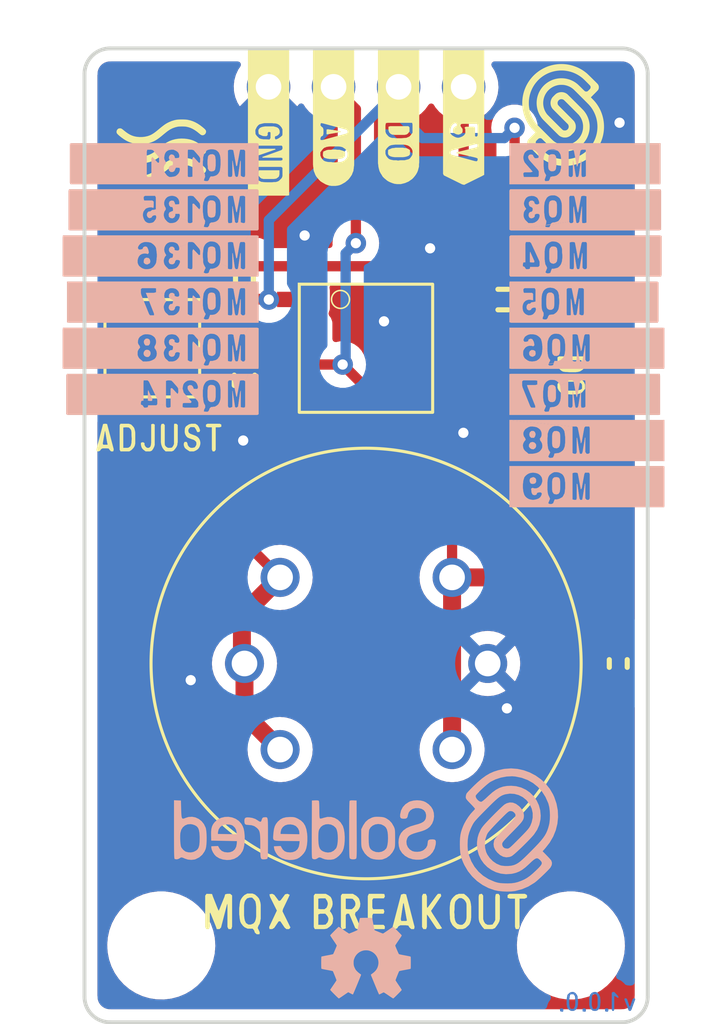
<source format=kicad_pcb>
(kicad_pcb (version 20210623) (generator pcbnew)
  (layers (0 "F.Cu" signal) (31 "B.Cu" signal) (34 "B.Paste" user) (35 "F.Paste" user) (36 "B.SilkS" user "B.Silkscreen") (37 "F.SilkS" user "F.Silkscreen") (38 "B.Mask" user) (39 "F.Mask" user) (44 "Edge.Cuts" user))
  (net 0 "")
  (net 1 "GND")
  (net 2 "5V")
  (net 3 "Net-(D1-Pad1)")
  (net 4 "D0")
  (net 5 "AO")
  (net 6 "POT")
  (footprint "e-radionica.com footprinti:0603R" (layer "F.Cu") (at 111.85 116 90)
    (fp_text reference "R1")
    (fp_text value "10k")
    (pad "1" smd rect locked (at -0.775 0 180) (size 1 0.64) (layers "F.Cu" "F.Paste" "F.Mask") (net 1 "GND"))
    (pad "2" smd rect locked (at 0.775 0 180) (size 1 0.64) (layers "F.Cu" "F.Paste" "F.Mask") (net 5 "AO"))
  )
  (footprint "buzzardLabel" (layer "F.Cu") (at 103.27 91.6 -90)
    (fp_text reference "" (at 0 0 90) (layer "F.SilkS") (effects (font (size 1.27 1.27))))
    (fp_text value "" (at 0 0 90) (layer "F.SilkS") (effects (font (size 1.27 1.27))))
  )
  (footprint "Soldered Graphics:Logo-Back-SolderedFULL-15mm" (layer "F.Cu") (at 102 122.5)
    (fp_text reference "REF**" hide)
    (fp_text value "Logo-Front-SolderedFULL-15mm" hide)
  )
  (footprint "e-radionica.com footprinti:MQ" (layer "F.Cu") (at 102 116)
    (fp_text reference "U1")
    (fp_text value "MQ-X")
    (pad "1" thru_hole circle locked (at -3.358757 -3.358757) (size 1.524 1.524) (drill 1) (layers *.Cu *.Mask) (net 2 "5V"))
    (pad "2" thru_hole circle locked (at -4.75 0) (size 1.524 1.524) (drill 1) (layers *.Cu *.Mask) (net 2 "5V"))
    (pad "3" thru_hole circle locked (at -3.358757 3.358757) (size 1.524 1.524) (drill 1) (layers *.Cu *.Mask) (net 2 "5V"))
    (pad "4" thru_hole circle locked (at 3.358757 3.358757) (size 1.524 1.524) (drill 1) (layers *.Cu *.Mask) (net 5 "AO"))
    (pad "5" thru_hole circle locked (at 4.75 0) (size 1.524 1.524) (drill 1) (layers *.Cu *.Mask) (net 1 "GND"))
    (pad "6" thru_hole circle locked (at 3.358757 -3.358757) (size 1.524 1.524) (drill 1) (layers *.Cu *.Mask) (net 5 "AO"))
  )
  (footprint "e-radionica.com footprinti:0402LED" (layer "F.Cu") (at 111.5 104.7625 -90)
    (fp_text reference "D1")
    (fp_text value "purple")
    (pad "1" smd rect locked (at -0.55 0) (size 0.75 0.45) (layers "F.Cu" "F.Paste" "F.Mask") (net 3 "Net-(D1-Pad1)"))
    (pad "2" smd rect locked (at 0.55 0) (size 0.75 0.45) (layers "F.Cu" "F.Paste" "F.Mask") (net 1 "GND"))
  )
  (footprint "e-radionica.com footprinti:FIDUCIAL_23" (layer "F.Cu") (at 102 122.6)
    (fp_text reference "FD1")
    (fp_text value "FIDUCIAL")
    (fp_circle (center 0 0) (end 1 0) (layer "F.Cu") (width 0.2) (fill none))
    (pad "1" smd circle (at 0 0) (size 1 1) (layers "F.Cu" "F.Paste" "F.Mask") (clearance 1.1))
  )
  (footprint "buzzardLabel" (layer "F.Cu") (at 110 104.76 -90)
    (fp_text reference "" (at 0 0 90) (layer "F.SilkS") (effects (font (size 1.27 1.27))))
    (fp_text value "" (at 0 0 90) (layer "F.SilkS") (effects (font (size 1.27 1.27))))
  )
  (footprint "e-radionica.com footprinti:tc33x-2-103e" (layer "F.Cu") (at 93.65 103.7)
    (fp_text reference "R2")
    (fp_text value "TC33X-2-103E")
    (pad "1" smd rect (at -1 1.8) (size 1.2 1.2) (layers "F.Cu" "F.Paste" "F.Mask") (net 2 "5V"))
    (pad "2" smd rect (at 0 -1.45) (size 1.6 1.5) (layers "F.Cu" "F.Paste" "F.Mask") (net 6 "POT"))
    (pad "3" smd rect (at 1 1.8) (size 1.2 1.2) (layers "F.Cu" "F.Paste" "F.Mask") (net 1 "GND"))
  )
  (footprint "Soldered Graphics:Symbol-Front-Air-Quality" (layer "F.Cu") (at 94 96)
    (fp_text reference "G***" hide)
    (fp_text value "LOGO" hide)
  )
  (footprint "e-radionica.com footprinti:0603C" (layer "F.Cu") (at 97.25 104.95 90)
    (fp_text reference "C1")
    (fp_text value "0.1uF")
    (pad "1" smd rect locked (at -0.73 0 90) (size 0.66 1) (layers "F.Cu" "F.Paste" "F.Mask") (net 1 "GND"))
    (pad "2" smd rect locked (at 0.73 0 90) (size 0.66 1) (layers "F.Cu" "F.Paste" "F.Mask") (net 5 "AO"))
  )
  (footprint "buzzardLabel" (layer "F.Cu") (at 105.81 91.6 -90)
    (fp_text reference "" (at 0 0 90) (layer "F.SilkS") (effects (font (size 1.27 1.27))))
    (fp_text value "" (at 0 0 90) (layer "F.SilkS") (effects (font (size 1.27 1.27))))
  )
  (footprint "buzzardLabel" (layer "F.Cu") (at 98.19 91.6 -90)
    (fp_text reference "" (at 0 0 90) (layer "F.SilkS") (effects (font (size 1.27 1.27))))
    (fp_text value "" (at 0 0 90) (layer "F.SilkS") (effects (font (size 1.27 1.27))))
  )
  (footprint "Soldered Graphics:Logo-Back-OSH-3.5mm" (layer "F.Cu") (at 102 127.5)
    (fp_text reference "G***" hide)
    (fp_text value "LOGO" hide)
  )
  (footprint "e-radionica.com footprinti:HOLE_3.2mm" (layer "F.Cu") (at 94 127)
    (fp_text reference "H2" hide)
    (fp_text value "HOLE_3.2mm" hide)
    (pad "" np_thru_hole circle locked (at 0 0) (size 3.2 3.2) (drill 3.2) (layers F&B.Cu *.Mask))
  )
  (footprint "e-radionica.com footprinti:0402R" (layer "F.Cu") (at 111.5 102.2 -90)
    (fp_text reference "R4")
    (fp_text value "2k2")
    (pad "1" smd rect locked (at -0.5 0) (size 0.64 0.54) (layers "F.Cu" "F.Paste" "F.Mask") (net 4 "D0"))
    (pad "2" smd rect locked (at 0.5 0) (size 0.64 0.54) (layers "F.Cu" "F.Paste" "F.Mask") (net 3 "Net-(D1-Pad1)"))
  )
  (footprint "buzzardLabel" (layer "F.Cu") (at 93.9 107.2)
    (fp_text reference "" (at 0 0) (layer "F.SilkS") (effects (font (size 1.27 1.27))))
    (fp_text value "" (at 0 0) (layer "F.SilkS") (effects (font (size 1.27 1.27))))
  )
  (footprint "e-radionica.com footprinti:HOLE_3.2mm" (layer "F.Cu") (at 110 127)
    (fp_text reference "H1" hide)
    (fp_text value "HOLE_3.2mm" hide)
    (pad "" np_thru_hole circle locked (at 0 0) (size 3.2 3.2) (drill 3.2) (layers F&B.Cu *.Mask))
  )
  (footprint "e-radionica.com footprinti:0603C" (layer "F.Cu") (at 107.35 101.8 180)
    (fp_text reference "C2")
    (fp_text value "0.1uF")
    (pad "1" smd rect locked (at -0.73 0 180) (size 0.66 1) (layers "F.Cu" "F.Paste" "F.Mask") (net 1 "GND"))
    (pad "2" smd rect locked (at 0.73 0 180) (size 0.66 1) (layers "F.Cu" "F.Paste" "F.Mask") (net 2 "5V"))
  )
  (footprint "e-radionica.com footprinti:HEADER_MALE_4X1" (layer "F.Cu") (at 102 93.5)
    (fp_text reference "K1")
    (fp_text value "HEADER_MALE_4X1")
    (pad "1" thru_hole circle locked (at -3.81 0) (size 1.7 1.7) (drill 1) (layers *.Cu *.Mask) (net 1 "GND"))
    (pad "2" thru_hole circle locked (at -1.27 0) (size 1.7 1.7) (drill 1) (layers *.Cu *.Mask) (net 5 "AO"))
    (pad "3" thru_hole circle locked (at 1.27 0) (size 1.7 1.7) (drill 1) (layers *.Cu *.Mask) (net 4 "D0"))
    (pad "4" thru_hole circle locked (at 3.81 0) (size 1.7 1.7) (drill 1) (layers *.Cu *.Mask) (net 2 "5V"))
  )
  (footprint "Soldered Graphics:Logo-Front-Soldered-4mm" (layer "F.Cu") (at 109.7 94.6)
    (fp_text reference "G***" hide)
    (fp_text value "LOGO" hide)
  )
  (footprint "buzzardLabel" (layer "F.Cu") (at 102 125.7)
    (fp_text reference "" (at 0 0) (layer "F.SilkS") (effects (font (size 1.27 1.27))))
    (fp_text value "" (at 0 0) (layer "F.SilkS") (effects (font (size 1.27 1.27))))
  )
  (footprint "buzzardLabel" (layer "F.Cu") (at 100.73 91.6 -90)
    (fp_text reference "" (at 0 0 90) (layer "F.SilkS") (effects (font (size 1.27 1.27))))
    (fp_text value "" (at 0 0 90) (layer "F.SilkS") (effects (font (size 1.27 1.27))))
  )
  (footprint "e-radionica.com footprinti:0603R" (layer "F.Cu") (at 97.25 101 90)
    (fp_text reference "R3")
    (fp_text value "10k")
    (pad "1" smd rect locked (at -0.775 0 180) (size 1 0.64) (layers "F.Cu" "F.Paste" "F.Mask") (net 4 "D0"))
    (pad "2" smd rect locked (at 0.775 0 180) (size 1 0.64) (layers "F.Cu" "F.Paste" "F.Mask") (net 2 "5V"))
  )
  (footprint "e-radionica.com footprinti:SOIC−8" (layer "F.Cu") (at 102 103.7)
    (fp_text reference "U2")
    (fp_text value "LM393")
    (pad "1" smd rect locked (at -2.7 -1.905) (size 1.55 0.6) (layers "F.Cu" "F.Paste" "F.Mask") (net 4 "D0"))
    (pad "2" smd rect locked (at -2.6 -0.635) (size 1.55 0.6) (layers "F.Cu" "F.Paste" "F.Mask") (net 6 "POT"))
    (pad "3" smd rect locked (at -2.6 0.635) (size 1.55 0.6) (layers "F.Cu" "F.Paste" "F.Mask") (net 5 "AO"))
    (pad "4" smd rect locked (at -2.6 1.905) (size 1.55 0.6) (layers "F.Cu" "F.Paste" "F.Mask") (net 1 "GND"))
    (pad "5" smd rect locked (at 2.6 1.905) (size 1.55 0.6) (layers "F.Cu" "F.Paste" "F.Mask"))
    (pad "6" smd rect locked (at 2.6 0.635) (size 1.55 0.6) (layers "F.Cu" "F.Paste" "F.Mask"))
    (pad "7" smd rect locked (at 2.6 -0.635) (size 1.55 0.6) (layers "F.Cu" "F.Paste" "F.Mask"))
    (pad "8" smd rect locked (at 2.6 -1.905) (size 1.55 0.6) (layers "F.Cu" "F.Paste" "F.Mask") (net 2 "5V"))
  )
  (footprint "buzzardLabel" (layer "B.Cu") (at 98.2 96.5 180)
    (fp_text reference "" (at 0 0) (layer "B.SilkS") (effects (font (size 1.27 1.27)) (justify mirror)))
    (fp_text value "" (at 0 0) (layer "B.SilkS") (effects (font (size 1.27 1.27)) (justify mirror)))
  )
  (footprint "buzzardLabel" (layer "B.Cu") (at 107.2 98.3 180)
    (fp_text reference "" (at 0 0) (layer "B.SilkS") (effects (font (size 1.27 1.27)) (justify mirror)))
    (fp_text value "" (at 0 0) (layer "B.SilkS") (effects (font (size 1.27 1.27)) (justify mirror)))
  )
  (footprint "buzzardLabel" (layer "B.Cu") (at 107.2 109.1 180)
    (fp_text reference "" (at 0 0) (layer "B.SilkS") (effects (font (size 1.27 1.27)) (justify mirror)))
    (fp_text value "" (at 0 0) (layer "B.SilkS") (effects (font (size 1.27 1.27)) (justify mirror)))
  )
  (footprint "buzzardLabel" (layer "B.Cu") (at 107.2 107.3 180)
    (fp_text reference "" (at 0 0) (layer "B.SilkS") (effects (font (size 1.27 1.27)) (justify mirror)))
    (fp_text value "" (at 0 0) (layer "B.SilkS") (effects (font (size 1.27 1.27)) (justify mirror)))
  )
  (footprint "buzzardLabel" (layer "B.Cu") (at 98.2 103.7 180)
    (fp_text reference "" (at 0 0) (layer "B.SilkS") (effects (font (size 1.27 1.27)) (justify mirror)))
    (fp_text value "" (at 0 0) (layer "B.SilkS") (effects (font (size 1.27 1.27)) (justify mirror)))
  )
  (footprint "buzzardLabel" (layer "B.Cu") (at 107.2 103.7 180)
    (fp_text reference "" (at 0 0) (layer "B.SilkS") (effects (font (size 1.27 1.27)) (justify mirror)))
    (fp_text value "" (at 0 0) (layer "B.SilkS") (effects (font (size 1.27 1.27)) (justify mirror)))
  )
  (footprint "Soldered Graphics:Version1.0.0." (layer "B.Cu") (at 111 129.2 180)
    (fp_text reference "Ref**" hide)
    (fp_text value "Val**" hide)
    (fp_poly (pts (xy -0.67 -0.35) (xy -0.62 -0.35) (xy -0.6 -0.31) (xy -0.6 0.35) (xy -0.64 0.38) (xy -0.69 0.38) (xy -0.73 0.34) (xy -0.84 0.22) (xy -0.86 0.17) (xy -0.83 0.16) (xy -0.73 0.22) (xy -0.69 0.23) (xy -0.69 -0.31) (xy -0.67 -0.35)) (layer "B.Cu") (width 0.01) (fill solid))
    (fp_poly (pts (xy -1.33 -0.35) (xy -1.27 -0.35) (xy -1.25 -0.31) (xy -1.09 0.1) (xy -1.11 0.13) (xy -1.16 0.13) (xy -1.19 0.1) (xy -1.28 -0.16) (xy -1.3 -0.21) (xy -1.32 -0.17) (xy -1.41 0.09) (xy -1.44 0.13) (xy -1.49 0.13) (xy -1.51 0.1) (xy -1.36 -0.31) (xy -1.33 -0.35)) (layer "B.Cu") (width 0.01) (fill solid))
    (fp_poly (pts (xy 0.43 -0.38) (xy 0.48 -0.38) (xy 0.54 -0.37) (xy 0.54 -0.33) (xy 0.54 -0.27) (xy 0.5 -0.26) (xy 0.45 -0.26) (xy 0.42 -0.29) (xy 0.42 -0.34) (xy 0.43 -0.38)) (layer "B.Cu") (width 0.01) (fill solid))
    (fp_poly (pts (xy -0.44 -0.38) (xy -0.39 -0.38) (xy -0.34 -0.37) (xy -0.34 -0.33) (xy -0.34 -0.27) (xy -0.38 -0.26) (xy -0.43 -0.26) (xy -0.46 -0.29) (xy -0.46 -0.34) (xy -0.44 -0.38)) (layer "B.Cu") (width 0.01) (fill solid))
    (fp_poly (pts (xy 0.06 -0.35) (xy 0.11 -0.35) (xy 0.17 -0.33) (xy 0.13 -0.28) (xy 0.03 -0.28) (xy -0.01 -0.25) (xy -0.03 -0.2) (xy -0.05 -0.15) (xy -0.05 -0.11) (xy -0.05 0.01) (xy -0.05 0.13) (xy -0.05 0.17) (xy -0.03 0.22) (xy -0.01 0.27) (xy 0.02 0.3) (xy 0.13 0.3) (xy 0.16 0.26) (xy 0.18 0.21) (xy 0.18 0.15) (xy 0.19 0.05) (xy 0.19 -0.08) (xy 0.19 -0.12) (xy 0.18 -0.17) (xy 0.16 -0.22) (xy 0.14 -0.27) (xy 0.14 -0.28) (xy 0.17 -0.32) (xy 0.21 -0.29) (xy 0.24 -0.26) (xy 0.26 -0.22) (xy 0.27 -0.16) (xy 0.28 -0.11) (xy 0.28 -0.06) (xy 0.28 0.06) (xy 0.28 0.12) (xy 0.27 0.17) (xy 0.26 0.22) (xy 0.25 0.27) (xy 0.22 0.3) (xy 0.19 0.34) (xy 0.13 0.37) (xy 0.08 0.38) (xy 0.02 0.38) (xy -0.03 0.35) (xy -0.08 0.31) (xy -0.1 0.28) (xy -0.12 0.23) (xy -0.14 0.18) (xy -0.14 0.13) (xy -0.15 0.08) (xy -0.15 -0.04) (xy -0.14 -0.1) (xy -0.14 -0.14) (xy -0.13 -0.2) (xy -0.11 -0.25) (xy -0.08 -0.28) (xy -0.05 -0.32) (xy 0.01 -0.35) (xy 0.06 -0.35)) (layer "B.Cu") (width 0.01) (fill solid))
    (fp_poly (pts (xy 0.93 -0.35) (xy 0.99 -0.35) (xy 1.04 -0.33) (xy 1.01 -0.28) (xy 0.91 -0.28) (xy 0.87 -0.25) (xy 0.85 -0.2) (xy 0.83 -0.15) (xy 0.83 -0.11) (xy 0.82 0.01) (xy 0.83 0.13) (xy 0.83 0.17) (xy 0.84 0.22) (xy 0.87 0.27) (xy 0.9 0.3) (xy 1.01 0.3) (xy 1.04 0.26) (xy 1.05 0.21) (xy 1.06 0.15) (xy 1.07 0.05) (xy 1.07 -0.08) (xy 1.06 -0.12) (xy 1.06 -0.17) (xy 1.04 -0.22) (xy 1.02 -0.27) (xy 1.01 -0.28) (xy 1.05 -0.32) (xy 1.09 -0.29) (xy 1.12 -0.26) (xy 1.14 -0.22) (xy 1.15 -0.16) (xy 1.16 -0.11) (xy 1.16 -0.06) (xy 1.16 0.06) (xy 1.16 0.12) (xy 1.15 0.17) (xy 1.14 0.22) (xy 1.13 0.27) (xy 1.1 0.3) (xy 1.06 0.34) (xy 1.01 0.37) (xy 0.95 0.38) (xy 0.9 0.38) (xy 0.84 0.35) (xy 0.8 0.31) (xy 0.78 0.28) (xy 0.75 0.23) (xy 0.74 0.18) (xy 0.74 0.13) (xy 0.73 0.08) (xy 0.73 -0.04) (xy 0.73 -0.1) (xy 0.74 -0.14) (xy 0.75 -0.2) (xy 0.77 -0.25) (xy 0.79 -0.28) (xy 0.83 -0.32) (xy 0.89 -0.35) (xy 0.93 -0.35)) (layer "B.Cu") (width 0.01) (fill solid))
    (fp_poly (pts (xy 1.31 -0.38) (xy 1.36 -0.38) (xy 1.41 -0.37) (xy 1.42 -0.33) (xy 1.42 -0.27) (xy 1.38 -0.26) (xy 1.33 -0.26) (xy 1.3 -0.29) (xy 1.3 -0.34) (xy 1.31 -0.38)) (layer "B.Cu") (width 0.01) (fill solid))
  )
  (footprint "buzzardLabel" (layer "B.Cu") (at 98.2 100.1 180)
    (fp_text reference "" (at 0 0) (layer "B.SilkS") (effects (font (size 1.27 1.27)) (justify mirror)))
    (fp_text value "" (at 0 0) (layer "B.SilkS") (effects (font (size 1.27 1.27)) (justify mirror)))
  )
  (footprint "buzzardLabel" (layer "B.Cu") (at 107.2 96.5 180)
    (fp_text reference "" (at 0 0) (layer "B.SilkS") (effects (font (size 1.27 1.27)) (justify mirror)))
    (fp_text value "" (at 0 0) (layer "B.SilkS") (effects (font (size 1.27 1.27)) (justify mirror)))
  )
  (footprint "buzzardLabel" (layer "B.Cu") (at 107.2 105.5 180)
    (fp_text reference "" (at 0 0) (layer "B.SilkS") (effects (font (size 1.27 1.27)) (justify mirror)))
    (fp_text value "" (at 0 0) (layer "B.SilkS") (effects (font (size 1.27 1.27)) (justify mirror)))
  )
  (footprint "buzzardLabel" (layer "B.Cu") (at 107.2 100.1 180)
    (fp_text reference "" (at 0 0) (layer "B.SilkS") (effects (font (size 1.27 1.27)) (justify mirror)))
    (fp_text value "" (at 0 0) (layer "B.SilkS") (effects (font (size 1.27 1.27)) (justify mirror)))
  )
  (footprint "buzzardLabel" (layer "B.Cu") (at 107.2 101.9 180)
    (fp_text reference "" (at 0 0) (layer "B.SilkS") (effects (font (size 1.27 1.27)) (justify mirror)))
    (fp_text value "" (at 0 0) (layer "B.SilkS") (effects (font (size 1.27 1.27)) (justify mirror)))
  )
  (footprint "buzzardLabel" (layer "B.Cu") (at 98.2 98.3 180)
    (fp_text reference "" (at 0 0) (layer "B.SilkS") (effects (font (size 1.27 1.27)) (justify mirror)))
    (fp_text value "" (at 0 0) (layer "B.SilkS") (effects (font (size 1.27 1.27)) (justify mirror)))
  )
  (footprint "buzzardLabel" (layer "B.Cu") (at 98.2 105.5 180)
    (fp_text reference "" (at 0 0) (layer "B.SilkS") (effects (font (size 1.27 1.27)) (justify mirror)))
    (fp_text value "" (at 0 0) (layer "B.SilkS") (effects (font (size 1.27 1.27)) (justify mirror)))
  )
  (footprint "buzzardLabel" (layer "B.Cu") (at 98.2 101.9 180)
    (fp_text reference "" (at 0 0) (layer "B.SilkS") (effects (font (size 1.27 1.27)) (justify mirror)))
    (fp_text value "" (at 0 0) (layer "B.SilkS") (effects (font (size 1.27 1.27)) (justify mirror)))
  )
  (gr_arc (start 92 129.000003) (end 91 129) (angle -90) (layer "Edge.Cuts") (width 0.15))
  (gr_line (start 92 130) (end 112 130) (layer "Edge.Cuts") (width 0.15))
  (gr_line (start 91 93) (end 91 129) (layer "Edge.Cuts") (width 0.15))
  (gr_arc (start 112 92.999997) (end 113 93) (angle -90) (layer "Edge.Cuts") (width 0.15))
  (gr_arc (start 91.999997 93) (end 92 92) (angle -90) (layer "Edge.Cuts") (width 0.15))
  (gr_arc (start 112.000003 128.999999) (end 112 129.999997) (angle -90) (layer "Edge.Cuts") (width 0.15))
  (gr_line (start 112 92) (end 92 92) (layer "Edge.Cuts") (width 0.15))
  (gr_line (start 113 129) (end 113 93) (layer "Edge.Cuts") (width 0.15))
  (via (at 97.2 107.3) (size 0.8) (drill 0.4) (layers "F.Cu" "B.Cu") (net 1))
  (via (at 105.8 107) (size 0.8) (drill 0.4) (layers "F.Cu" "B.Cu") (net 1))
  (via (at 111.9 94.9) (size 0.8) (drill 0.4) (layers "F.Cu" "B.Cu") (net 1))
  (via (at 95.15 116.65) (size 0.8) (drill 0.4) (layers "F.Cu" "B.Cu") (net 1))
  (via (at 107.5 117.75) (size 0.8) (drill 0.4) (layers "F.Cu" "B.Cu") (net 1))
  (via (at 99.6 99.3) (size 0.8) (drill 0.4) (layers "F.Cu" "B.Cu") (net 1))
  (via (at 104.5 99.8) (size 0.8) (drill 0.4) (layers "F.Cu" "B.Cu") (net 1))
  (via (at 102.7 102.65) (size 0.8) (drill 0.4) (layers "F.Cu" "B.Cu") (net 1))
  (segment (start 92.825 100.225) (end 92.4 100.65) (width 0.4) (layer "F.Cu") (net 2))
  (segment (start 105.81 100.585) (end 104.6 101.795) (width 0.4) (layer "F.Cu") (net 2))
  (segment (start 105.81 93.5) (end 105.81 100.585) (width 0.4) (layer "F.Cu") (net 2))
  (segment (start 97.25 100.225) (end 92.825 100.225) (width 0.4) (layer "F.Cu") (net 2))
  (segment (start 97.25 117.967514) (end 98.641243 119.358757) (width 0.7) (layer "F.Cu") (net 2))
  (segment (start 97.25 116) (end 97.25 117.967514) (width 0.7) (layer "F.Cu") (net 2))
  (segment (start 97.25 100.225) (end 97.525 100.5) (width 0.4) (layer "F.Cu") (net 2))
  (segment (start 92.4 105.25) (end 92.65 105.5) (width 0.4) (layer "F.Cu") (net 2))
  (segment (start 98.641243 112.641243) (end 97.15 114.132486) (width 0.7) (layer "F.Cu") (net 2))
  (segment (start 97.15 115.9) (end 97.25 116) (width 0.7) (layer "F.Cu") (net 2))
  (segment (start 104.605 101.8) (end 104.6 101.795) (width 0.4) (layer "F.Cu") (net 2))
  (segment (start 106.62 101.8) (end 104.605 101.8) (width 0.4) (layer "F.Cu") (net 2))
  (segment (start 92.4 100.65) (end 92.4 105.25) (width 0.4) (layer "F.Cu") (net 2))
  (segment (start 92.65 105.5) (end 92.65 106.65) (width 0.4) (layer "F.Cu") (net 2))
  (segment (start 97.525 100.5) (end 103.305 100.5) (width 0.4) (layer "F.Cu") (net 2))
  (segment (start 97.15 114.132486) (end 97.15 115.9) (width 0.7) (layer "F.Cu") (net 2))
  (segment (start 92.65 106.65) (end 98.641243 112.641243) (width 0.4) (layer "F.Cu") (net 2))
  (segment (start 103.305 100.5) (end 104.6 101.795) (width 0.4) (layer "F.Cu") (net 2))
  (segment (start 111.5 104.2125) (end 111.5 102.7) (width 0.4) (layer "F.Cu") (net 3))
  (segment (start 107.8 98) (end 111.5 101.7) (width 0.4) (layer "F.Cu") (net 4))
  (segment (start 98.2 101.8) (end 98.175 101.775) (width 0.4) (layer "F.Cu") (net 4))
  (segment (start 97.27 101.795) (end 97.25 101.775) (width 0.4) (layer "F.Cu") (net 4))
  (segment (start 99.3 101.795) (end 97.27 101.795) (width 0.4) (layer "F.Cu") (net 4))
  (segment (start 107.8 95.1) (end 107.8 98) (width 0.4) (layer "F.Cu") (net 4))
  (segment (start 98.175 101.775) (end 97.25 101.775) (width 0.4) (layer "F.Cu") (net 4))
  (via (at 107.8 95.1) (size 0.8) (drill 0.4) (layers "F.Cu" "B.Cu") (net 4))
  (via (at 98.2 101.8) (size 0.8) (drill 0.4) (layers "F.Cu" "B.Cu") (net 4))
  (segment (start 98.2 101.8) (end 98.2 98.7) (width 0.4) (layer "B.Cu") (net 4))
  (segment (start 103.27 93.63) (end 103.27 93.5) (width 0.4) (layer "B.Cu") (net 4))
  (segment (start 103.27 94.57) (end 103.27 93.5) (width 0.4) (layer "B.Cu") (net 4))
  (segment (start 107.4 95.5) (end 104.2 95.5) (width 0.4) (layer "B.Cu") (net 4))
  (segment (start 107.8 95.1) (end 107.4 95.5) (width 0.4) (layer "B.Cu") (net 4))
  (segment (start 104.2 95.5) (end 103.27 94.57) (width 0.4) (layer "B.Cu") (net 4))
  (segment (start 98.2 98.7) (end 103.27 93.63) (width 0.4) (layer "B.Cu") (net 4))
  (segment (start 101.6 99.6) (end 101.6 94.37) (width 0.4) (layer "F.Cu") (net 5))
  (segment (start 105.358757 112.641243) (end 105.358757 119.358757) (width 0.7) (layer "F.Cu") (net 5))
  (segment (start 101.6 94.37) (end 100.73 93.5) (width 0.4) (layer "F.Cu") (net 5))
  (segment (start 101.085 104.335) (end 105.358757 108.608757) (width 0.4) (layer "F.Cu") (net 5))
  (segment (start 109.625 115.225) (end 107.041243 112.641243) (width 0.7) (layer "F.Cu") (net 5))
  (segment (start 105.358757 108.608757) (end 105.358757 112.641243) (width 0.4) (layer "F.Cu") (net 5))
  (segment (start 97.365 104.335) (end 97.25 104.22) (width 0.4) (layer "F.Cu") (net 5))
  (segment (start 99.4 104.335) (end 101.085 104.335) (width 0.4) (layer "F.Cu") (net 5))
  (segment (start 107.041243 112.641243) (end 105.358757 112.641243) (width 0.7) (layer "F.Cu") (net 5))
  (segment (start 99.4 104.335) (end 97.365 104.335) (width 0.4) (layer "F.Cu") (net 5))
  (segment (start 111.85 115.225) (end 109.625 115.225) (width 0.7) (layer "F.Cu") (net 5))
  (via (at 101.085 104.335) (size 0.8) (drill 0.4) (layers "F.Cu" "B.Cu") (net 5))
  (via (at 101.6 99.6) (size 0.8) (drill 0.4) (layers "F.Cu" "B.Cu") (net 5))
  (segment (start 101.6 99.6) (end 101.2 100) (width 0.4) (layer "B.Cu") (net 5))
  (segment (start 101.2 100) (end 101.2 104.22) (width 0.4) (layer "B.Cu") (net 5))
  (segment (start 101.2 104.22) (end 101.085 104.335) (width 0.4) (layer "B.Cu") (net 5))
  (segment (start 99.4 103.065) (end 95.865 103.065) (width 0.4) (layer "F.Cu") (net 6))
  (segment (start 95.05 102.25) (end 93.65 102.25) (width 0.4) (layer "F.Cu") (net 6))
  (segment (start 95.865 103.065) (end 95.05 102.25) (width 0.4) (layer "F.Cu") (net 6))
  (zone (net 1) (net_name "GND") (layer "F.Cu") (connect_pads (clearance 0.508)) (min_thickness 0.254) (fill yes (thermal_gap 0.508) (thermal_bridge_width 0.508))
    (polygon (pts (xy 113 130) (xy 91 130) (xy 91 92) (xy 113 92)))
  )
  (zone (net 1) (net_name "GND") (layer "B.Cu") (connect_pads (clearance 0.508)) (min_thickness 0.254) (fill yes (thermal_gap 0.508) (thermal_bridge_width 0.508))
    (polygon (pts (xy 113 130) (xy 91 130) (xy 91 92) (xy 113 92)))
  )
)
</source>
